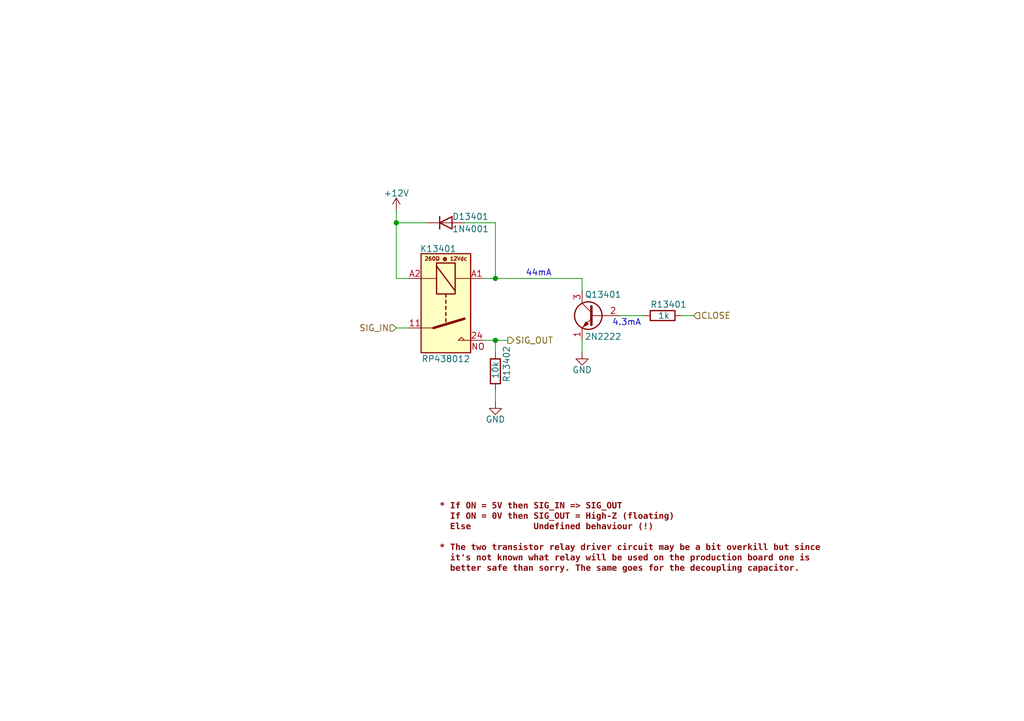
<source format=kicad_sch>
(kicad_sch (version 20250114) (generator "eeschema") (generator_version "9.0")
  (paper "A5")
  (title_block (title "VersaLogic board tester") (date "2025-08-13") (rev "1.0.alpha") (comment 1 "Copyright (c) 2025 by Filip Pynckels & Robin Pynckels"))
  (lib_symbols
    (symbol "Device:D" (pin_numbers (hide yes)) (pin_names (offset 1.016) (hide yes))
      (property "Reference" "D" (at 0 2.54 0))
      (property "Value" "D" (at 0 -2.54 0))
      (symbol "D_0_1"
        (polyline (pts (xy -1.27 1.27) (xy -1.27 -1.27)) (stroke (width 0.254)))
        (polyline (pts (xy 1.27 1.27) (xy 1.27 -1.27) (xy -1.27 0) (xy 1.27 1.27)) (stroke (width 0.254)))
        (polyline (pts (xy 1.27 0) (xy -1.27 0)))
      )
      (symbol "D_1_1"
        (pin passive line (at -3.81 0 0) (length 2.54) (name "K") (number "1"))
        (pin passive line (at 3.81 0 180) (length 2.54) (name "A") (number "2"))
      )
    )
    (symbol "Device:R" (pin_numbers (hide yes)) (pin_names (offset 0))
      (property "Reference" "R" (at 2.032 0 90))
      (property "Value" "R" (at 0 0 90))
      (symbol "R_0_1"
        (rectangle (start -1.016 -2.54) (end 1.016 2.54) (stroke (width 0.254)))
      )
      (symbol "R_1_1"
        (pin passive line (at 0 3.81 270) (length 1.27) (name "~") (number "1"))
        (pin passive line (at 0 -3.81 90) (length 1.27) (name "~") (number "2"))
      )
    )
    (symbol "RP438012:RP438012-1A"
      (property "Reference" "K" (at -5.334 11.43 0))
      (property "Value" "RP438012-1A" (at -0.254 -11.684 0))
      (symbol "RP438012-1A_0_0"
        (polyline (pts (xy 5.08 -7.62) (xy 2.54 -7.62) (xy 3.175 -6.985) (xy 3.81 -7.62)))
      )
      (symbol "RP438012-1A_0_1"
        (polyline (pts (xy -5.08 5.08) (xy -1.905 5.08)))
        (polyline (pts (xy -2.54 -5.08) (xy -5.08 -5.08)))
        (polyline (pts (xy -2.54 -5.08) (xy 3.81 -3.175)) (stroke (width 0.508)))
        (polyline (pts (xy -1.905 7.62) (xy 1.905 2.54)) (stroke (width 0.254)))
        (polyline (pts (xy 0 1.905) (xy 0 1.27)) (stroke (width 0.254)))
        (polyline (pts (xy 0 0.635) (xy 0 0)) (stroke (width 0.254)))
        (polyline (pts (xy 0 -0.635) (xy 0 -1.27)) (stroke (width 0.254)))
        (polyline (pts (xy 0 -1.905) (xy 0 -2.54)) (stroke (width 0.254)))
        (polyline (pts (xy 0 -3.175) (xy 0 -3.81)) (stroke (width 0.254)))
        (rectangle (start 1.905 8.255) (end -1.905 1.905) (stroke (width 0.254)))
        (rectangle (start 5.08 10.16) (end -5.08 -10.16) (stroke (width 0.254)) (fill (type background)))
        (polyline (pts (xy 5.08 5.08) (xy 1.905 5.08)))
      )
      (symbol "RP438012-1A_1_1"
        (pin passive line (at -7.62 5.08 0) (length 2.54) (name "~") (number "A2"))
        (pin passive line (at -7.62 -5.08 0) (length 2.54) (name "~") (number "11"))
        (pin passive line (at 7.62 5.08 180) (length 2.54) (name "~") (number "A1"))
        (pin passive line (at 7.62 -7.62 180) (length 2.54) (name "~") (number "24"))
      )
    )
    (symbol "Transistor_BJT:2N3904" (pin_names (offset 0) (hide yes))
      (property "Reference" "Q" (at 5.08 1.905 0))
      (property "Value" "2N3904" (at 5.08 0 0))
      (symbol "2N3904_0_1"
        (polyline (pts (xy -2.54 0) (xy 0.635 0)))
        (polyline (pts (xy 0.635 1.905) (xy 0.635 -1.905)) (stroke (width 0.508)))
        (circle (center 1.27 0) (radius 2.8194) (stroke (width 0.254)))
      )
      (symbol "2N3904_1_1"
        (polyline (pts (xy 0.635 0.635) (xy 2.54 2.54)))
        (polyline (pts (xy 0.635 -0.635) (xy 2.54 -2.54)))
        (polyline (pts (xy 1.27 -1.778) (xy 1.778 -1.27) (xy 2.286 -2.286) (xy 1.27 -1.778)) (fill (type outline)))
        (pin input line (at -5.08 0 0) (length 2.54) (name "B") (number "2"))
        (pin passive line (at 2.54 5.08 270) (length 2.54) (name "C") (number "3"))
        (pin passive line (at 2.54 -5.08 90) (length 2.54) (name "E") (number "1"))
      )
    )
    (symbol "power:+12V" (power) (pin_numbers (hide yes)) (pin_names (offset 0) (hide yes))
      (property "Value" "+12V" (at 0 3.556 0))
      (symbol "+12V_0_1"
        (polyline (pts (xy -0.762 1.27) (xy 0 2.54)))
        (polyline (pts (xy 0 2.54) (xy 0.762 1.27)))
        (polyline (pts (xy 0 0) (xy 0 2.54)))
      )
      (symbol "+12V_1_1"
        (pin power_in line (at 0 0 90) (length 0) (name "~") (number "1"))
      )
    )
    (symbol "power:GND" (power) (pin_numbers (hide yes)) (pin_names (offset 0) (hide yes))
      (property "Value" "GND" (at 0 -3.81 0))
      (symbol "GND_0_1"
        (polyline (pts (xy 0 0) (xy 0 -1.27) (xy 1.27 -1.27) (xy 0 -2.54) (xy -1.27 -1.27) (xy 0 -1.27)))
      )
      (symbol "GND_1_1"
        (pin power_in line (at 0 0 270) (length 0) (name "~") (number "1"))
      )
    )
  )
  (text "44mA" (at 110.49 56.134 0) (effects (font (size 1.27 1.27))))
  (text "NO" (at 98.044 71.374 0) (effects (font (size 1.27 1.27))))
  (text "* If ON = 5V then SIG_IN => SIG_OUT\n  If ON = 0V then SIG_OUT = High-Z (floating)\n  Else            Undefined behaviour (!)\n\n* The two transistor relay driver circuit may be a bit overkill but since\n  it's not known what relay will be used on the production board one is\n  better safe than sorry. The same goes for the decoupling capacitor." (at 90.17 103.632 0) (effects (font (size 1.27 1.27) (bold yes)) (justify left top)))
  (text "260Ω @ 12Vdc" (at 91.44 53.34 0) (effects (font (size 0.762 0.762))))
  (text "4.3mA" (at 128.524 66.294 0) (effects (font (size 1.27 1.27))))
  (junction (at 101.6 57.15))
  (junction (at 81.28 45.72))
  (junction (at 101.6 69.85))
  (wire (pts (xy 119.38 57.15) (xy 119.38 59.69)))
  (wire (pts (xy 101.6 69.85) (xy 104.14 69.85)))
  (wire (pts (xy 81.28 57.15) (xy 83.82 57.15)))
  (wire (pts (xy 81.28 67.31) (xy 83.82 67.31)))
  (wire (pts (xy 101.6 69.85) (xy 101.6 72.39)))
  (wire (pts (xy 101.6 45.72) (xy 101.6 57.15)))
  (wire (pts (xy 132.08 64.77) (xy 127 64.77)))
  (wire (pts (xy 95.25 45.72) (xy 101.6 45.72)))
  (wire (pts (xy 99.06 69.85) (xy 101.6 69.85)))
  (wire (pts (xy 81.28 45.72) (xy 81.28 57.15)))
  (wire (pts (xy 101.6 57.15) (xy 119.38 57.15)))
  (wire (pts (xy 101.6 57.15) (xy 99.06 57.15)))
  (wire (pts (xy 142.24 64.77) (xy 139.7 64.77)))
  (wire (pts (xy 81.28 43.18) (xy 81.28 45.72)))
  (wire (pts (xy 101.6 80.01) (xy 101.6 82.55)))
  (wire (pts (xy 87.63 45.72) (xy 81.28 45.72)))
  (wire (pts (xy 119.38 69.85) (xy 119.38 72.39)))
  (hierarchical_label "SIG_OUT" (shape output) (at 104.14 69.85 0))
  (hierarchical_label "SIG_IN" (shape input) (at 81.28 67.31 180))
  (hierarchical_label "CLOSE" (shape input) (at 142.24 64.77 0))
  (symbol (lib_id "power:GND") (at 101.6 82.55 0) (unit 1)
    (property "Reference" "#PWR08503" (effects (hide yes)))
    (property "Value" "GND" (at 101.6 85.344 0) (effects (justify top)))
    (property "Description" "Power symbol creates a global label with name \"GND\" , ground" (effects (hide yes)))
    (instances (project "VersaLogic_Board_Tester" (path "" (reference "#PWR013403") (unit 1)) (path "" (reference "#PWR011803") (unit 1)) (path "" (reference "#PWR012703") (unit 1)) (path "" (reference "#PWR011103") (unit 1)) (path "" (reference "#PWR015403") (unit 1)) (path "" (reference "#PWR010303") (unit 1)) (path "" (reference "#PWR014803") (unit 1)) (path "" (reference "#PWR09703") (unit 1)) (path "" (reference "#PWR015103") (unit 1)) (path "" (reference "#PWR010003") (unit 1)) (path "" (reference "#PWR014403") (unit 1)) (path "" (reference "#PWR09303") (unit 1)) (path "" (reference "#PWR013003") (unit 1)) (path "" (reference "#PWR011403") (unit 1)) (path "" (reference "#PWR015803") (unit 1)) (path "" (reference "#PWR010703") (unit 1)) (path "" (reference "#PWR013103") (unit 1)) (path "" (reference "#PWR011503") (unit 1)) (path "" (reference "#PWR015603") (unit 1)) (path "" (reference "#PWR010503") (unit 1)) (path "" (reference "#PWR012503") (unit 1)) (path "" (reference "#PWR010903") (unit 1)) (path "" (reference "#PWR08503") (unit 1)) (path "" (reference "#PWR08603") (unit 1)) (path "" (reference "#PWR013303") (unit 1)) (path "" (reference "#PWR011703") (unit 1)) (path "" (reference "#PWR015703") (unit 1)) (path "" (reference "#PWR010603") (unit 1)) (path "" (reference "#PWR014203") (unit 1)) (path "" (reference "#PWR09103") (unit 1)) (path "" (reference "#PWR012603") (unit 1)) (path "" (reference "#PWR011003") (unit 1)) (path "" (reference "#PWR012903") (unit 1)) (path "" (reference "#PWR011303") (unit 1)) (path "" (reference "#PWR015503") (unit 1)) (path "" (reference "#PWR010403") (unit 1)) (path "" (reference "#PWR014503") (unit 1)) (path "" (reference "#PWR09403") (unit 1)) (path "" (reference "#PWR015003") (unit 1)) (path "" (reference "#PWR09903") (unit 1)) (path "" (reference "#PWR012403") (unit 1)) (path "" (reference "#PWR010803") (unit 1)) (path "" (reference "#PWR012803") (unit 1)) (path "" (reference "#PWR011203") (unit 1)) (path "" (reference "#PWR013803") (unit 1)) (path "" (reference "#PWR012203") (unit 1)) (path "" (reference "#PWR014103") (unit 1)) (path "" (reference "#PWR09003") (unit 1)) (path "" (reference "#PWR013203") (unit 1)) (path "" (reference "#PWR011603") (unit 1)) (path "" (reference "#PWR013703") (unit 1)) (path "" (reference "#PWR012103") (unit 1)) (path "" (reference "#PWR013503") (unit 1)) (path "" (reference "#PWR011903") (unit 1)) (path "" (reference "#PWR015203") (unit 1)) (path "" (reference "#PWR010103") (unit 1)) (path "" (reference "#PWR014303") (unit 1)) (path "" (reference "#PWR09203") (unit 1)) (path "" (reference "#PWR013903") (unit 1)) (path "" (reference "#PWR08803") (unit 1)) (path "" (reference "#PWR014703") (unit 1)) (path "" (reference "#PWR09603") (unit 1)) (path "" (reference "#PWR014903") (unit 1)) (path "" (reference "#PWR09803") (unit 1)) (path "" (reference "#PWR015303") (unit 1)) (path "" (reference "#PWR010203") (unit 1)) (path "" (reference "#PWR012303") (unit 1)) (path "" (reference "#PWR08703") (unit 1)) (path "" (reference "#PWR014003") (unit 1)) (path "" (reference "#PWR08903") (unit 1)) (path "" (reference "#PWR013603") (unit 1)) (path "" (reference "#PWR012003") (unit 1)) (path "" (reference "#PWR014603") (unit 1)) (path "" (reference "#PWR09503") (unit 1))))
  )
  (symbol (lib_id "Device:R") (at 101.6 76.2 0) (unit 1)
    (property "Reference" "R8502" (at 103.886 78.486 90) (effects (justify left)))
    (property "Value" "10k" (at 101.6 75.946 90))
    (property "Footprint" "Resistor_THT:R_Axial_DIN0207_L6.3mm_D2.5mm_P7.62mm_Horizontal" (effects (hide yes)))
    (property "Description" "Resistor" (effects (hide yes)))
    (instances (project "VersaLogic_Board_Tester" (path "" (reference "R13402") (unit 1)) (path "" (reference "R11802") (unit 1)) (path "" (reference "R12702") (unit 1)) (path "" (reference "R11102") (unit 1)) (path "" (reference "R15402") (unit 1)) (path "" (reference "R10302") (unit 1)) (path "" (reference "R14802") (unit 1)) (path "" (reference "R9702") (unit 1)) (path "" (reference "R15102") (unit 1)) (path "" (reference "R10002") (unit 1)) (path "" (reference "R14402") (unit 1)) (path "" (reference "R9302") (unit 1)) (path "" (reference "R13002") (unit 1)) (path "" (reference "R11402") (unit 1)) (path "" (reference "R15802") (unit 1)) (path "" (reference "R10702") (unit 1)) (path "" (reference "R13102") (unit 1)) (path "" (reference "R11502") (unit 1)) (path "" (reference "R15602") (unit 1)) (path "" (reference "R10502") (unit 1)) (path "" (reference "R12502") (unit 1)) (path "" (reference "R10902") (unit 1)) (path "" (reference "R8502") (unit 1)) (path "" (reference "R8602") (unit 1)) (path "" (reference "R13302") (unit 1)) (path "" (reference "R11702") (unit 1)) (path "" (reference "R15702") (unit 1)) (path "" (reference "R10602") (unit 1)) (path "" (reference "R14202") (unit 1)) (path "" (reference "R9102") (unit 1)) (path "" (reference "R12602") (unit 1)) (path "" (reference "R11002") (unit 1)) (path "" (reference "R12902") (unit 1)) (path "" (reference "R11302") (unit 1)) (path "" (reference "R15502") (unit 1)) (path "" (reference "R10402") (unit 1)) (path "" (reference "R14502") (unit 1)) (path "" (reference "R9402") (unit 1)) (path "" (reference "R15002") (unit 1)) (path "" (reference "R9902") (unit 1)) (path "" (reference "R12402") (unit 1)) (path "" (reference "R10802") (unit 1)) (path "" (reference "R12802") (unit 1)) (path "" (reference "R11202") (unit 1)) (path "" (reference "R13802") (unit 1)) (path "" (reference "R12202") (unit 1)) (path "" (reference "R14102") (unit 1)) (path "" (reference "R9002") (unit 1)) (path "" (reference "R13202") (unit 1)) (path "" (reference "R11602") (unit 1)) (path "" (reference "R13702") (unit 1)) (path "" (reference "R12102") (unit 1)) (path "" (reference "R13502") (unit 1)) (path "" (reference "R11902") (unit 1)) (path "" (reference "R15202") (unit 1)) (path "" (reference "R10102") (unit 1)) (path "" (reference "R14302") (unit 1)) (path "" (reference "R9202") (unit 1)) (path "" (reference "R13902") (unit 1)) (path "" (reference "R8802") (unit 1)) (path "" (reference "R14702") (unit 1)) (path "" (reference "R9602") (unit 1)) (path "" (reference "R14902") (unit 1)) (path "" (reference "R9802") (unit 1)) (path "" (reference "R15302") (unit 1)) (path "" (reference "R10202") (unit 1)) (path "" (reference "R12302") (unit 1)) (path "" (reference "R8702") (unit 1)) (path "" (reference "R14002") (unit 1)) (path "" (reference "R8902") (unit 1)) (path "" (reference "R13602") (unit 1)) (path "" (reference "R12002") (unit 1)) (path "" (reference "R14602") (unit 1)) (path "" (reference "R9502") (unit 1))))
  )
  (symbol (lib_id "power:+12V") (at 81.28 43.18 0) (unit 1)
    (property "Reference" "#PWR08501" (effects (hide yes)))
    (property "Value" "+12V" (at 81.28 40.386 0) (effects (justify bottom)))
    (property "Description" "Power symbol creates a global label with name \"+12V\"" (effects (hide yes)))
    (instances (project "VersaLogic_Board_Tester" (path "" (reference "#PWR013401") (unit 1)) (path "" (reference "#PWR011801") (unit 1)) (path "" (reference "#PWR012701") (unit 1)) (path "" (reference "#PWR011101") (unit 1)) (path "" (reference "#PWR015401") (unit 1)) (path "" (reference "#PWR010301") (unit 1)) (path "" (reference "#PWR014801") (unit 1)) (path "" (reference "#PWR09701") (unit 1)) (path "" (reference "#PWR015101") (unit 1)) (path "" (reference "#PWR010001") (unit 1)) (path "" (reference "#PWR014401") (unit 1)) (path "" (reference "#PWR09301") (unit 1)) (path "" (reference "#PWR013001") (unit 1)) (path "" (reference "#PWR011401") (unit 1)) (path "" (reference "#PWR015801") (unit 1)) (path "" (reference "#PWR010701") (unit 1)) (path "" (reference "#PWR013101") (unit 1)) (path "" (reference "#PWR011501") (unit 1)) (path "" (reference "#PWR015601") (unit 1)) (path "" (reference "#PWR010501") (unit 1)) (path "" (reference "#PWR012501") (unit 1)) (path "" (reference "#PWR010901") (unit 1)) (path "" (reference "#PWR08501") (unit 1)) (path "" (reference "#PWR08601") (unit 1)) (path "" (reference "#PWR013301") (unit 1)) (path "" (reference "#PWR011701") (unit 1)) (path "" (reference "#PWR015701") (unit 1)) (path "" (reference "#PWR010601") (unit 1)) (path "" (reference "#PWR014201") (unit 1)) (path "" (reference "#PWR09101") (unit 1)) (path "" (reference "#PWR012601") (unit 1)) (path "" (reference "#PWR011001") (unit 1)) (path "" (reference "#PWR012901") (unit 1)) (path "" (reference "#PWR011301") (unit 1)) (path "" (reference "#PWR015501") (unit 1)) (path "" (reference "#PWR010401") (unit 1)) (path "" (reference "#PWR014501") (unit 1)) (path "" (reference "#PWR09401") (unit 1)) (path "" (reference "#PWR015001") (unit 1)) (path "" (reference "#PWR09901") (unit 1)) (path "" (reference "#PWR012401") (unit 1)) (path "" (reference "#PWR010801") (unit 1)) (path "" (reference "#PWR012801") (unit 1)) (path "" (reference "#PWR011201") (unit 1)) (path "" (reference "#PWR013801") (unit 1)) (path "" (reference "#PWR012201") (unit 1)) (path "" (reference "#PWR014101") (unit 1)) (path "" (reference "#PWR09001") (unit 1)) (path "" (reference "#PWR013201") (unit 1)) (path "" (reference "#PWR011601") (unit 1)) (path "" (reference "#PWR013701") (unit 1)) (path "" (reference "#PWR012101") (unit 1)) (path "" (reference "#PWR013501") (unit 1)) (path "" (reference "#PWR011901") (unit 1)) (path "" (reference "#PWR015201") (unit 1)) (path "" (reference "#PWR010101") (unit 1)) (path "" (reference "#PWR014301") (unit 1)) (path "" (reference "#PWR09201") (unit 1)) (path "" (reference "#PWR013901") (unit 1)) (path "" (reference "#PWR08801") (unit 1)) (path "" (reference "#PWR014701") (unit 1)) (path "" (reference "#PWR09601") (unit 1)) (path "" (reference "#PWR014901") (unit 1)) (path "" (reference "#PWR09801") (unit 1)) (path "" (reference "#PWR015301") (unit 1)) (path "" (reference "#PWR010201") (unit 1)) (path "" (reference "#PWR012301") (unit 1)) (path "" (reference "#PWR08701") (unit 1)) (path "" (reference "#PWR014001") (unit 1)) (path "" (reference "#PWR08901") (unit 1)) (path "" (reference "#PWR013601") (unit 1)) (path "" (reference "#PWR012001") (unit 1)) (path "" (reference "#PWR014601") (unit 1)) (path "" (reference "#PWR09501") (unit 1))))
  )
  (symbol (lib_id "Transistor_BJT:2N3904") (at 121.92 64.77 0) (mirror y) (unit 1)
    (property "Reference" "Q8501" (at 119.888 60.452 0) (effects (justify right)))
    (property "Value" "2N2222" (at 119.888 69.088 0) (effects (justify right)))
    (property "Footprint" "Package_TO_SOT_THT:TO-92_Inline" (effects (hide yes)))
    (property "Datasheet" "https://www.onsemi.com/pub/Collateral/2N3903-D.PDF" (effects (hide yes)))
    (property "Description" "0.2A Ic, 40V Vce, Small Signal NPN Transistor, TO-92" (effects (hide yes)))
    (property "Sim.Device" "NPN" (effects (hide yes)))
    (property "Sim.Type" "VBIC" (effects (hide yes)))
    (property "Sim.Pins" "1=C 2=B 3=E" (effects (hide yes)))
    (instances (project "VersaLogic_Board_Tester" (path "" (reference "Q13401") (unit 1)) (path "" (reference "Q11801") (unit 1)) (path "" (reference "Q12701") (unit 1)) (path "" (reference "Q11101") (unit 1)) (path "" (reference "Q15401") (unit 1)) (path "" (reference "Q10301") (unit 1)) (path "" (reference "Q14801") (unit 1)) (path "" (reference "Q9701") (unit 1)) (path "" (reference "Q15101") (unit 1)) (path "" (reference "Q10001") (unit 1)) (path "" (reference "Q14401") (unit 1)) (path "" (reference "Q9301") (unit 1)) (path "" (reference "Q13001") (unit 1)) (path "" (reference "Q11401") (unit 1)) (path "" (reference "Q15801") (unit 1)) (path "" (reference "Q10701") (unit 1)) (path "" (reference "Q13101") (unit 1)) (path "" (reference "Q11501") (unit 1)) (path "" (reference "Q15601") (unit 1)) (path "" (reference "Q10501") (unit 1)) (path "" (reference "Q12501") (unit 1)) (path "" (reference "Q10901") (unit 1)) (path "" (reference "Q8501") (unit 1)) (path "" (reference "Q8601") (unit 1)) (path "" (reference "Q13301") (unit 1)) (path "" (reference "Q11701") (unit 1)) (path "" (reference "Q15701") (unit 1)) (path "" (reference "Q10601") (unit 1)) (path "" (reference "Q14201") (unit 1)) (path "" (reference "Q9101") (unit 1)) (path "" (reference "Q12601") (unit 1)) (path "" (reference "Q11001") (unit 1)) (path "" (reference "Q12901") (unit 1)) (path "" (reference "Q11301") (unit 1)) (path "" (reference "Q15501") (unit 1)) (path "" (reference "Q10401") (unit 1)) (path "" (reference "Q14501") (unit 1)) (path "" (reference "Q9401") (unit 1)) (path "" (reference "Q15001") (unit 1)) (path "" (reference "Q9901") (unit 1)) (path "" (reference "Q12401") (unit 1)) (path "" (reference "Q10801") (unit 1)) (path "" (reference "Q12801") (unit 1)) (path "" (reference "Q11201") (unit 1)) (path "" (reference "Q13801") (unit 1)) (path "" (reference "Q12201") (unit 1)) (path "" (reference "Q14101") (unit 1)) (path "" (reference "Q9001") (unit 1)) (path "" (reference "Q13201") (unit 1)) (path "" (reference "Q11601") (unit 1)) (path "" (reference "Q13701") (unit 1)) (path "" (reference "Q12101") (unit 1)) (path "" (reference "Q13501") (unit 1)) (path "" (reference "Q11901") (unit 1)) (path "" (reference "Q15201") (unit 1)) (path "" (reference "Q10101") (unit 1)) (path "" (reference "Q14301") (unit 1)) (path "" (reference "Q9201") (unit 1)) (path "" (reference "Q13901") (unit 1)) (path "" (reference "Q8801") (unit 1)) (path "" (reference "Q14701") (unit 1)) (path "" (reference "Q9601") (unit 1)) (path "" (reference "Q14901") (unit 1)) (path "" (reference "Q9801") (unit 1)) (path "" (reference "Q15301") (unit 1)) (path "" (reference "Q10201") (unit 1)) (path "" (reference "Q12301") (unit 1)) (path "" (reference "Q8701") (unit 1)) (path "" (reference "Q14001") (unit 1)) (path "" (reference "Q8901") (unit 1)) (path "" (reference "Q13601") (unit 1)) (path "" (reference "Q12001") (unit 1)) (path "" (reference "Q14601") (unit 1)) (path "" (reference "Q9501") (unit 1))))
  )
  (symbol (lib_id "Device:R") (at 135.89 64.77 270) (mirror x) (unit 1)
    (property "Reference" "R8501" (at 133.35 62.484 90) (effects (justify left)))
    (property "Value" "1k" (at 136.144 64.77 90))
    (property "Footprint" "Resistor_THT:R_Axial_DIN0207_L6.3mm_D2.5mm_P7.62mm_Horizontal" (effects (hide yes)))
    (property "Description" "Resistor" (effects (hide yes)))
    (instances (project "VersaLogic_Board_Tester" (path "" (reference "R13401") (unit 1)) (path "" (reference "R11801") (unit 1)) (path "" (reference "R12701") (unit 1)) (path "" (reference "R11101") (unit 1)) (path "" (reference "R15401") (unit 1)) (path "" (reference "R10301") (unit 1)) (path "" (reference "R14801") (unit 1)) (path "" (reference "R9701") (unit 1)) (path "" (reference "R15101") (unit 1)) (path "" (reference "R10001") (unit 1)) (path "" (reference "R14401") (unit 1)) (path "" (reference "R9301") (unit 1)) (path "" (reference "R13001") (unit 1)) (path "" (reference "R11401") (unit 1)) (path "" (reference "R15801") (unit 1)) (path "" (reference "R10701") (unit 1)) (path "" (reference "R13101") (unit 1)) (path "" (reference "R11501") (unit 1)) (path "" (reference "R15601") (unit 1)) (path "" (reference "R10501") (unit 1)) (path "" (reference "R12501") (unit 1)) (path "" (reference "R10901") (unit 1)) (path "" (reference "R8501") (unit 1)) (path "" (reference "R8601") (unit 1)) (path "" (reference "R13301") (unit 1)) (path "" (reference "R11701") (unit 1)) (path "" (reference "R15701") (unit 1)) (path "" (reference "R10601") (unit 1)) (path "" (reference "R14201") (unit 1)) (path "" (reference "R9101") (unit 1)) (path "" (reference "R12601") (unit 1)) (path "" (reference "R11001") (unit 1)) (path "" (reference "R12901") (unit 1)) (path "" (reference "R11301") (unit 1)) (path "" (reference "R15501") (unit 1)) (path "" (reference "R10401") (unit 1)) (path "" (reference "R14501") (unit 1)) (path "" (reference "R9401") (unit 1)) (path "" (reference "R15001") (unit 1)) (path "" (reference "R9901") (unit 1)) (path "" (reference "R12401") (unit 1)) (path "" (reference "R10801") (unit 1)) (path "" (reference "R12801") (unit 1)) (path "" (reference "R11201") (unit 1)) (path "" (reference "R13801") (unit 1)) (path "" (reference "R12201") (unit 1)) (path "" (reference "R14101") (unit 1)) (path "" (reference "R9001") (unit 1)) (path "" (reference "R13201") (unit 1)) (path "" (reference "R11601") (unit 1)) (path "" (reference "R13701") (unit 1)) (path "" (reference "R12101") (unit 1)) (path "" (reference "R13501") (unit 1)) (path "" (reference "R11901") (unit 1)) (path "" (reference "R15201") (unit 1)) (path "" (reference "R10101") (unit 1)) (path "" (reference "R14301") (unit 1)) (path "" (reference "R9201") (unit 1)) (path "" (reference "R13901") (unit 1)) (path "" (reference "R8801") (unit 1)) (path "" (reference "R14701") (unit 1)) (path "" (reference "R9601") (unit 1)) (path "" (reference "R14901") (unit 1)) (path "" (reference "R9801") (unit 1)) (path "" (reference "R15301") (unit 1)) (path "" (reference "R10201") (unit 1)) (path "" (reference "R12301") (unit 1)) (path "" (reference "R8701") (unit 1)) (path "" (reference "R14001") (unit 1)) (path "" (reference "R8901") (unit 1)) (path "" (reference "R13601") (unit 1)) (path "" (reference "R12001") (unit 1)) (path "" (reference "R14601") (unit 1)) (path "" (reference "R9501") (unit 1))))
  )
  (symbol (lib_id "Device:D") (at 91.44 45.72 0) (unit 1)
    (property "Reference" "D8501" (at 92.71 44.45 0) (effects (justify left)))
    (property "Value" "1N4001" (at 92.71 46.99 0) (effects (justify left)))
    (property "Footprint" "Diode_THT:D_5W_P10.16mm_Horizontal" (effects (hide yes)))
    (property "Description" "Diode" (effects (hide yes)))
    (property "Sim.Device" "D" (effects (hide yes)))
    (property "Sim.Pins" "1=K 2=A" (effects (hide yes)))
    (instances (project "VersaLogic_Board_Tester" (path "" (reference "D13401") (unit 1)) (path "" (reference "D11801") (unit 1)) (path "" (reference "D12701") (unit 1)) (path "" (reference "D11101") (unit 1)) (path "" (reference "D15401") (unit 1)) (path "" (reference "D10301") (unit 1)) (path "" (reference "D14801") (unit 1)) (path "" (reference "D9701") (unit 1)) (path "" (reference "D15101") (unit 1)) (path "" (reference "D10001") (unit 1)) (path "" (reference "D14401") (unit 1)) (path "" (reference "D9301") (unit 1)) (path "" (reference "D13001") (unit 1)) (path "" (reference "D11401") (unit 1)) (path "" (reference "D15801") (unit 1)) (path "" (reference "D10701") (unit 1)) (path "" (reference "D13101") (unit 1)) (path "" (reference "D11501") (unit 1)) (path "" (reference "D15601") (unit 1)) (path "" (reference "D10501") (unit 1)) (path "" (reference "D12501") (unit 1)) (path "" (reference "D10901") (unit 1)) (path "" (reference "D8501") (unit 1)) (path "" (reference "D8601") (unit 1)) (path "" (reference "D13301") (unit 1)) (path "" (reference "D11701") (unit 1)) (path "" (reference "D15701") (unit 1)) (path "" (reference "D10601") (unit 1)) (path "" (reference "D14201") (unit 1)) (path "" (reference "D9101") (unit 1)) (path "" (reference "D12601") (unit 1)) (path "" (reference "D11001") (unit 1)) (path "" (reference "D12901") (unit 1)) (path "" (reference "D11301") (unit 1)) (path "" (reference "D15501") (unit 1)) (path "" (reference "D10401") (unit 1)) (path "" (reference "D14501") (unit 1)) (path "" (reference "D9401") (unit 1)) (path "" (reference "D15001") (unit 1)) (path "" (reference "D9901") (unit 1)) (path "" (reference "D12401") (unit 1)) (path "" (reference "D10801") (unit 1)) (path "" (reference "D12801") (unit 1)) (path "" (reference "D11201") (unit 1)) (path "" (reference "D13801") (unit 1)) (path "" (reference "D12201") (unit 1)) (path "" (reference "D14101") (unit 1)) (path "" (reference "D9001") (unit 1)) (path "" (reference "D13201") (unit 1)) (path "" (reference "D11601") (unit 1)) (path "" (reference "D13701") (unit 1)) (path "" (reference "D12101") (unit 1)) (path "" (reference "D13501") (unit 1)) (path "" (reference "D11901") (unit 1)) (path "" (reference "D15201") (unit 1)) (path "" (reference "D10101") (unit 1)) (path "" (reference "D14301") (unit 1)) (path "" (reference "D9201") (unit 1)) (path "" (reference "D13901") (unit 1)) (path "" (reference "D8801") (unit 1)) (path "" (reference "D14701") (unit 1)) (path "" (reference "D9601") (unit 1)) (path "" (reference "D14901") (unit 1)) (path "" (reference "D9801") (unit 1)) (path "" (reference "D15301") (unit 1)) (path "" (reference "D10201") (unit 1)) (path "" (reference "D12301") (unit 1)) (path "" (reference "D8701") (unit 1)) (path "" (reference "D14001") (unit 1)) (path "" (reference "D8901") (unit 1)) (path "" (reference "D13601") (unit 1)) (path "" (reference "D12001") (unit 1)) (path "" (reference "D14601") (unit 1)) (path "" (reference "D9501") (unit 1))))
  )
  (symbol (lib_id "RP438012:RP438012-1A") (at 91.44 62.23 0) (unit 1)
    (property "Reference" "K8501" (at 86.106 51.054 0) (effects (justify left)))
    (property "Value" "RP438012" (at 91.44 73.66 0))
    (property "Footprint" "RP438012:RP438012" (effects (hide yes)))
    (property "Description" "General Purpose SPST, Normally Open, Coil 12V 44mA, Switching 250VAC 12A" (effects (hide yes)))
    (instances (project "" (path "" (reference "K13401") (unit 1)) (path "" (reference "K11801") (unit 1)) (path "" (reference "K12701") (unit 1)) (path "" (reference "K11101") (unit 1)) (path "" (reference "K15401") (unit 1)) (path "" (reference "K10301") (unit 1)) (path "" (reference "K14801") (unit 1)) (path "" (reference "K9701") (unit 1)) (path "" (reference "K15101") (unit 1)) (path "" (reference "K10001") (unit 1)) (path "" (reference "K14401") (unit 1)) (path "" (reference "K9301") (unit 1)) (path "" (reference "K13001") (unit 1)) (path "" (reference "K11401") (unit 1)) (path "" (reference "K15801") (unit 1)) (path "" (reference "K10701") (unit 1)) (path "" (reference "K13101") (unit 1)) (path "" (reference "K11501") (unit 1)) (path "" (reference "K15601") (unit 1)) (path "" (reference "K10501") (unit 1)) (path "" (reference "K12501") (unit 1)) (path "" (reference "K10901") (unit 1)) (path "" (reference "K8501") (unit 1)) (path "" (reference "K8601") (unit 1)) (path "" (reference "K13301") (unit 1)) (path "" (reference "K11701") (unit 1)) (path "" (reference "K15701") (unit 1)) (path "" (reference "K10601") (unit 1)) (path "" (reference "K14201") (unit 1)) (path "" (reference "K9101") (unit 1)) (path "" (reference "K12601") (unit 1)) (path "" (reference "K11001") (unit 1)) (path "" (reference "K12901") (unit 1)) (path "" (reference "K11301") (unit 1)) (path "" (reference "K15501") (unit 1)) (path "" (reference "K10401") (unit 1)) (path "" (reference "K14501") (unit 1)) (path "" (reference "K9401") (unit 1)) (path "" (reference "K15001") (unit 1)) (path "" (reference "K9901") (unit 1)) (path "" (reference "K12401") (unit 1)) (path "" (reference "K10801") (unit 1)) (path "" (reference "K12801") (unit 1)) (path "" (reference "K11201") (unit 1)) (path "" (reference "K13801") (unit 1)) (path "" (reference "K12201") (unit 1)) (path "" (reference "K14101") (unit 1)) (path "" (reference "K9001") (unit 1)) (path "" (reference "K13201") (unit 1)) (path "" (reference "K11601") (unit 1)) (path "" (reference "K13701") (unit 1)) (path "" (reference "K12101") (unit 1)) (path "" (reference "K13501") (unit 1)) (path "" (reference "K11901") (unit 1)) (path "" (reference "K15201") (unit 1)) (path "" (reference "K10101") (unit 1)) (path "" (reference "K14301") (unit 1)) (path "" (reference "K9201") (unit 1)) (path "" (reference "K13901") (unit 1)) (path "" (reference "K8801") (unit 1)) (path "" (reference "K14701") (unit 1)) (path "" (reference "K9601") (unit 1)) (path "" (reference "K14901") (unit 1)) (path "" (reference "K9801") (unit 1)) (path "" (reference "K15301") (unit 1)) (path "" (reference "K10201") (unit 1)) (path "" (reference "K12301") (unit 1)) (path "" (reference "K8701") (unit 1)) (path "" (reference "K14001") (unit 1)) (path "" (reference "K8901") (unit 1)) (path "" (reference "K13601") (unit 1)) (path "" (reference "K12001") (unit 1)) (path "" (reference "K14601") (unit 1)) (path "" (reference "K9501") (unit 1))))
  )
  (symbol (lib_id "power:GND") (at 119.38 72.39 0) (unit 1)
    (property "Reference" "#PWR08502" (effects (hide yes)))
    (property "Value" "GND" (at 119.38 75.184 0) (effects (justify top)))
    (property "Description" "Power symbol creates a global label with name \"GND\" , ground" (effects (hide yes)))
    (instances (project "VersaLogic_Board_Tester" (path "" (reference "#PWR013402") (unit 1)) (path "" (reference "#PWR011802") (unit 1)) (path "" (reference "#PWR012702") (unit 1)) (path "" (reference "#PWR011102") (unit 1)) (path "" (reference "#PWR015402") (unit 1)) (path "" (reference "#PWR010302") (unit 1)) (path "" (reference "#PWR014802") (unit 1)) (path "" (reference "#PWR09702") (unit 1)) (path "" (reference "#PWR015102") (unit 1)) (path "" (reference "#PWR010002") (unit 1)) (path "" (reference "#PWR014402") (unit 1)) (path "" (reference "#PWR09302") (unit 1)) (path "" (reference "#PWR013002") (unit 1)) (path "" (reference "#PWR011402") (unit 1)) (path "" (reference "#PWR015802") (unit 1)) (path "" (reference "#PWR010702") (unit 1)) (path "" (reference "#PWR013102") (unit 1)) (path "" (reference "#PWR011502") (unit 1)) (path "" (reference "#PWR015602") (unit 1)) (path "" (reference "#PWR010502") (unit 1)) (path "" (reference "#PWR012502") (unit 1)) (path "" (reference "#PWR010902") (unit 1)) (path "" (reference "#PWR08502") (unit 1)) (path "" (reference "#PWR08602") (unit 1)) (path "" (reference "#PWR013302") (unit 1)) (path "" (reference "#PWR011702") (unit 1)) (path "" (reference "#PWR015702") (unit 1)) (path "" (reference "#PWR010602") (unit 1)) (path "" (reference "#PWR014202") (unit 1)) (path "" (reference "#PWR09102") (unit 1)) (path "" (reference "#PWR012602") (unit 1)) (path "" (reference "#PWR011002") (unit 1)) (path "" (reference "#PWR012902") (unit 1)) (path "" (reference "#PWR011302") (unit 1)) (path "" (reference "#PWR015502") (unit 1)) (path "" (reference "#PWR010402") (unit 1)) (path "" (reference "#PWR014502") (unit 1)) (path "" (reference "#PWR09402") (unit 1)) (path "" (reference "#PWR015002") (unit 1)) (path "" (reference "#PWR09902") (unit 1)) (path "" (reference "#PWR012402") (unit 1)) (path "" (reference "#PWR010802") (unit 1)) (path "" (reference "#PWR012802") (unit 1)) (path "" (reference "#PWR011202") (unit 1)) (path "" (reference "#PWR013802") (unit 1)) (path "" (reference "#PWR012202") (unit 1)) (path "" (reference "#PWR014102") (unit 1)) (path "" (reference "#PWR09002") (unit 1)) (path "" (reference "#PWR013202") (unit 1)) (path "" (reference "#PWR011602") (unit 1)) (path "" (reference "#PWR013702") (unit 1)) (path "" (reference "#PWR012102") (unit 1)) (path "" (reference "#PWR013502") (unit 1)) (path "" (reference "#PWR011902") (unit 1)) (path "" (reference "#PWR015202") (unit 1)) (path "" (reference "#PWR010102") (unit 1)) (path "" (reference "#PWR014302") (unit 1)) (path "" (reference "#PWR09202") (unit 1)) (path "" (reference "#PWR013902") (unit 1)) (path "" (reference "#PWR08802") (unit 1)) (path "" (reference "#PWR014702") (unit 1)) (path "" (reference "#PWR09602") (unit 1)) (path "" (reference "#PWR014902") (unit 1)) (path "" (reference "#PWR09802") (unit 1)) (path "" (reference "#PWR015302") (unit 1)) (path "" (reference "#PWR010202") (unit 1)) (path "" (reference "#PWR012302") (unit 1)) (path "" (reference "#PWR08702") (unit 1)) (path "" (reference "#PWR014002") (unit 1)) (path "" (reference "#PWR08902") (unit 1)) (path "" (reference "#PWR013602") (unit 1)) (path "" (reference "#PWR012002") (unit 1)) (path "" (reference "#PWR014602") (unit 1)) (path "" (reference "#PWR09502") (unit 1))))
  )
)
</source>
